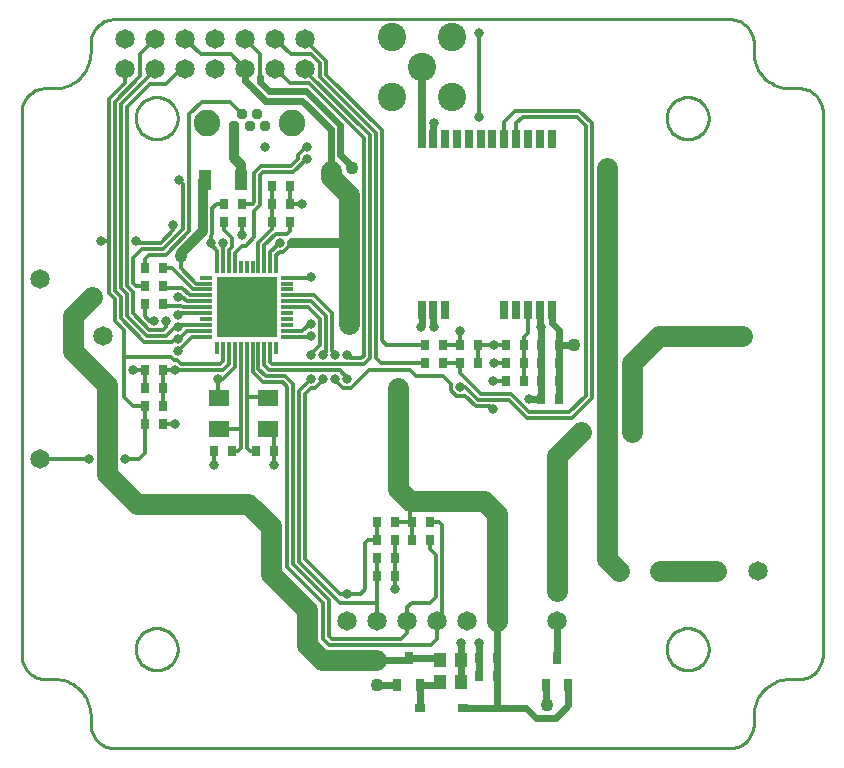
<source format=gbr>
G04 EAGLE Gerber RS-274X export*
G75*
%MOMM*%
%FSLAX34Y34*%
%LPD*%
%INTop Copper*%
%IPPOS*%
%AMOC8*
5,1,8,0,0,1.08239X$1,22.5*%
G01*
%ADD10C,2.400000*%
%ADD11R,0.762000X0.889000*%
%ADD12R,1.016000X1.270000*%
%ADD13C,1.650000*%
%ADD14C,0.958000*%
%ADD15C,2.250000*%
%ADD16R,0.889000X0.762000*%
%ADD17R,0.635000X1.016000*%
%ADD18R,1.651000X1.397000*%
%ADD19R,1.016000X0.304800*%
%ADD20R,0.304800X1.016000*%
%ADD21R,5.080000X5.080000*%
%ADD22R,1.016000X1.778000*%
%ADD23R,0.700000X1.524000*%
%ADD24C,0.806400*%
%ADD25C,1.106400*%
%ADD26C,0.609600*%
%ADD27C,0.381000*%
%ADD28C,0.304800*%
%ADD29C,1.778000*%
%ADD30C,0.812800*%
%ADD31C,0.685800*%
%ADD32C,0.254000*%


D10*
X339090Y576580D03*
X364490Y601980D03*
X364490Y551180D03*
X313690Y551180D03*
X313690Y601980D03*
D11*
X104140Y320040D03*
X119380Y320040D03*
X439420Y326390D03*
X454660Y326390D03*
X410210Y326390D03*
X425450Y326390D03*
X227330Y476250D03*
X212090Y476250D03*
D12*
X372110Y74930D03*
X354330Y74930D03*
X372110Y55880D03*
X354330Y55880D03*
D11*
X387350Y76200D03*
X402590Y76200D03*
X387350Y60960D03*
X402590Y60960D03*
X104140Y304800D03*
X119380Y304800D03*
X162560Y251460D03*
X177800Y251460D03*
X213360Y251460D03*
X198120Y251460D03*
X186690Y445770D03*
X171450Y445770D03*
X104140Y375920D03*
X119380Y375920D03*
X119380Y274320D03*
X104140Y274320D03*
X439420Y341630D03*
X454660Y341630D03*
D13*
X113030Y600710D03*
X87630Y575310D03*
X87630Y600710D03*
X138430Y575310D03*
X138430Y600710D03*
X113030Y575310D03*
D14*
X193040Y527050D03*
X180040Y527050D03*
X186540Y537050D03*
X199540Y537050D03*
X206040Y527050D03*
D15*
X157290Y529250D03*
X228790Y529250D03*
D16*
X374015Y34290D03*
X337185Y34290D03*
D17*
X443890Y53340D03*
X462890Y53340D03*
X453390Y76200D03*
D11*
X425450Y341630D03*
X410210Y341630D03*
X425450Y311150D03*
X410210Y311150D03*
X227330Y461010D03*
X212090Y461010D03*
X186690Y461010D03*
X171450Y461010D03*
X119380Y289560D03*
X104140Y289560D03*
X341630Y341630D03*
X356870Y341630D03*
X370840Y341630D03*
X386080Y341630D03*
X341630Y326390D03*
X356870Y326390D03*
X370840Y326390D03*
X386080Y326390D03*
D18*
X167005Y269875D03*
X208915Y269875D03*
X208915Y296545D03*
X167005Y296545D03*
D19*
X156210Y398380D03*
X156210Y393380D03*
X156210Y388380D03*
X156210Y383380D03*
X156210Y378380D03*
X156210Y373380D03*
X156210Y368380D03*
X156210Y363380D03*
X156210Y358380D03*
X156210Y353380D03*
X156210Y348380D03*
D20*
X165500Y339090D03*
X170500Y339090D03*
X175500Y339090D03*
X180500Y339090D03*
X185500Y339090D03*
X190500Y339090D03*
X195500Y339090D03*
X200500Y339090D03*
X205500Y339090D03*
X210500Y339090D03*
X215500Y339090D03*
D19*
X224790Y348380D03*
X224790Y353380D03*
X224790Y358380D03*
X224790Y363380D03*
X224790Y368380D03*
X224790Y373380D03*
X224790Y378380D03*
X224790Y383380D03*
X224790Y388380D03*
X224790Y393380D03*
X224790Y398380D03*
D20*
X215500Y407670D03*
X210500Y407670D03*
X205500Y407670D03*
X200500Y407670D03*
X195500Y407670D03*
X190500Y407670D03*
X185500Y407670D03*
X180500Y407670D03*
X175500Y407670D03*
X170500Y407670D03*
X165500Y407670D03*
D21*
X190500Y373380D03*
D13*
X609600Y349250D03*
X68580Y349250D03*
D22*
X185420Y481330D03*
X154940Y481330D03*
D13*
X453390Y107950D03*
X453390Y133350D03*
X15240Y245110D03*
X15240Y397510D03*
X402590Y107950D03*
X377190Y107950D03*
X351790Y107950D03*
X326390Y107950D03*
X300990Y107950D03*
X275590Y107950D03*
D11*
X330200Y191770D03*
X345440Y191770D03*
X330200Y176530D03*
X345440Y176530D03*
X316230Y161290D03*
X300990Y161290D03*
X316230Y191770D03*
X300990Y191770D03*
X316230Y176530D03*
X300990Y176530D03*
X316230Y146050D03*
X300990Y146050D03*
D13*
X623290Y149860D03*
X588290Y149860D03*
X540740Y149860D03*
X505740Y149860D03*
X163830Y575310D03*
X240030Y600710D03*
X214630Y600710D03*
X240030Y575310D03*
X214630Y575310D03*
X189230Y575310D03*
X189230Y600710D03*
X163830Y600710D03*
D23*
X448660Y515620D03*
X438660Y515620D03*
X428660Y515620D03*
X418660Y515620D03*
X408660Y515620D03*
X398660Y515620D03*
X388660Y515620D03*
X378660Y515620D03*
X368660Y515620D03*
X358660Y515620D03*
X348660Y515620D03*
X338660Y515620D03*
X338660Y370840D03*
X348660Y370840D03*
X358660Y370840D03*
X408660Y370840D03*
X418660Y370840D03*
X428660Y370840D03*
X438660Y370840D03*
X448660Y370840D03*
D11*
X227330Y445770D03*
X212090Y445770D03*
D17*
X318160Y53340D03*
X337160Y53340D03*
X327660Y76200D03*
D11*
X104140Y406400D03*
X119380Y406400D03*
X104140Y391160D03*
X119380Y391160D03*
X439420Y311150D03*
X454660Y311150D03*
X439420Y295910D03*
X454660Y295910D03*
D24*
X166370Y312420D03*
X93980Y320040D03*
X162560Y240030D03*
X213360Y240030D03*
X129540Y274320D03*
X170180Y427990D03*
X218440Y427990D03*
X132080Y382270D03*
X245110Y349250D03*
X111760Y361950D03*
D25*
X444500Y36830D03*
D26*
X443890Y37440D02*
X443890Y53340D01*
D27*
X443890Y37440D02*
X444500Y36830D01*
D24*
X186690Y434340D03*
X190500Y373380D03*
X237490Y461010D03*
X205740Y509270D03*
D28*
X170500Y427670D02*
X170500Y407670D01*
X170500Y427670D02*
X170180Y427990D01*
X186690Y434340D02*
X186690Y445770D01*
X245110Y349250D02*
X244240Y348380D01*
X224790Y348380D01*
X104140Y320040D02*
X104140Y304800D01*
X104140Y320040D02*
X93980Y320040D01*
X119380Y274320D02*
X129540Y274320D01*
X162560Y251460D02*
X162560Y240030D01*
X213360Y240030D02*
X213360Y251460D01*
X166370Y297180D02*
X166370Y312420D01*
X166370Y297180D02*
X167005Y296545D01*
X180500Y322740D02*
X180500Y339090D01*
X170180Y312420D02*
X166370Y312420D01*
X170180Y312420D02*
X180500Y322740D01*
X107950Y361950D02*
X104140Y365760D01*
X104140Y375920D01*
X107950Y361950D02*
X111760Y361950D01*
X316230Y176530D02*
X316230Y161290D01*
X316230Y146050D01*
D24*
X316230Y134620D03*
D28*
X213360Y251460D02*
X213360Y265430D01*
X208915Y269875D01*
D24*
X349250Y529590D03*
X337820Y356870D03*
X349250Y356870D03*
X439420Y356870D03*
D26*
X438660Y357630D02*
X438660Y370840D01*
X438660Y357630D02*
X439420Y356870D01*
X439420Y341630D01*
X439420Y326390D01*
X348660Y529000D02*
X349250Y529590D01*
X348660Y529000D02*
X348660Y515620D01*
X348660Y370840D02*
X348660Y357460D01*
X349250Y356870D01*
X338660Y357710D02*
X338660Y370840D01*
X338660Y357710D02*
X337820Y356870D01*
D24*
X400050Y326390D03*
D28*
X410210Y326390D01*
X227330Y461010D02*
X227330Y476250D01*
X210500Y420050D02*
X210500Y407670D01*
X210500Y420050D02*
X218440Y427990D01*
D24*
X245110Y398780D03*
D28*
X244710Y398380D02*
X224790Y398380D01*
X244710Y398380D02*
X245110Y398780D01*
D26*
X439420Y326390D02*
X439420Y311150D01*
X439420Y295910D01*
D24*
X429260Y295910D03*
D26*
X439420Y295910D01*
D28*
X156210Y378380D02*
X139780Y378380D01*
X135890Y382270D02*
X132080Y382270D01*
X135890Y382270D02*
X139780Y378380D01*
X227330Y461010D02*
X237490Y461010D01*
X316230Y146050D02*
X316230Y134620D01*
D24*
X387350Y88900D03*
D26*
X372110Y74930D02*
X372110Y55880D01*
D25*
X300990Y53340D03*
D26*
X318160Y53340D01*
X387350Y60960D02*
X387350Y76200D01*
D24*
X372110Y88900D03*
D26*
X372110Y74930D01*
X387350Y76200D02*
X387350Y88900D01*
D28*
X428660Y351190D02*
X428660Y370840D01*
X425450Y347980D02*
X425450Y341630D01*
X425450Y347980D02*
X428660Y351190D01*
X425450Y341630D02*
X425450Y326390D01*
X425450Y311150D01*
D24*
X129540Y320040D03*
X245110Y359410D03*
D28*
X237810Y353380D02*
X224790Y353380D01*
X243840Y359410D02*
X245110Y359410D01*
X243840Y359410D02*
X237810Y353380D01*
X119380Y320040D02*
X119380Y304800D01*
X119380Y289560D01*
X119380Y320040D02*
X129540Y320040D01*
X175500Y325360D02*
X175500Y339090D01*
X175500Y325360D02*
X170180Y320040D01*
X316230Y191770D02*
X330200Y191770D01*
X330200Y176530D01*
D29*
X402590Y198120D02*
X402590Y107950D01*
X261620Y483870D02*
X261620Y488950D01*
X261620Y483870D02*
X276860Y468630D01*
D28*
X189230Y575310D02*
X176916Y587624D01*
X151516Y587624D02*
X138430Y600710D01*
X151516Y587624D02*
X176916Y587624D01*
X165100Y461010D02*
X161290Y457200D01*
X165100Y461010D02*
X171450Y461010D01*
X215500Y417430D02*
X215500Y407670D01*
X215500Y417430D02*
X218440Y420370D01*
D25*
X276860Y359410D03*
X318770Y304800D03*
D29*
X276860Y427990D02*
X276860Y468630D01*
X276860Y427990D02*
X276860Y359410D01*
D28*
X170180Y320040D02*
X129540Y320040D01*
D26*
X261620Y488950D02*
X261620Y524033D01*
X206051Y548264D02*
X193802Y560513D01*
X193802Y560578D01*
X206051Y548264D02*
X237389Y548264D01*
X189230Y565150D02*
X189230Y575310D01*
X237389Y548264D02*
X261620Y524033D01*
X193802Y560578D02*
X189230Y565150D01*
D24*
X228600Y427990D03*
D28*
X228600Y427419D01*
X221551Y420370D01*
X218440Y420370D01*
D30*
X228600Y427990D02*
X276860Y427990D01*
D24*
X160020Y427990D03*
D28*
X160020Y426720D02*
X165500Y421240D01*
X160020Y426720D02*
X160020Y427990D01*
X165500Y421240D02*
X165500Y407670D01*
X161290Y434994D02*
X161290Y457200D01*
X161290Y434994D02*
X160020Y433724D01*
X160020Y427990D01*
D29*
X391160Y209550D02*
X402590Y198120D01*
X391160Y209550D02*
X328930Y209550D01*
X318770Y219710D01*
X318770Y304800D01*
D26*
X402590Y76200D02*
X402590Y60960D01*
X402590Y76200D02*
X402590Y107950D01*
X462890Y53340D02*
X462890Y36170D01*
X452120Y25400D02*
X435610Y25400D01*
X426720Y34290D01*
X452120Y25400D02*
X462890Y36170D01*
X426720Y34290D02*
X402590Y34290D01*
X374015Y34290D01*
X402590Y34290D02*
X402590Y60960D01*
D28*
X330200Y191770D02*
X328930Y193040D01*
X328930Y209550D01*
D24*
X132080Y336550D03*
D28*
X134620Y575310D02*
X138430Y575310D01*
X134620Y575310D02*
X121920Y562610D01*
X108386Y562610D01*
X144481Y348380D02*
X156210Y348380D01*
X144481Y348380D02*
X132651Y336550D01*
X132080Y336550D01*
X93980Y386516D02*
X88900Y391596D01*
D24*
X121920Y361950D03*
D28*
X107950Y354330D02*
X93980Y368300D01*
X93980Y386516D01*
X121920Y361950D02*
X121920Y356299D01*
X119951Y354330D01*
X107950Y354330D01*
X88900Y543124D02*
X108386Y562610D01*
X88900Y543124D02*
X88900Y391596D01*
D24*
X132080Y346710D03*
D28*
X100330Y588010D02*
X113030Y600710D01*
X100330Y588010D02*
X100330Y568923D01*
X140020Y353380D02*
X156210Y353380D01*
X140020Y353380D02*
X133350Y346710D01*
X132080Y346710D01*
X83820Y382307D02*
X78740Y387387D01*
X83820Y364092D02*
X103742Y344170D01*
X129540Y346710D02*
X132080Y346710D01*
X129540Y346710D02*
X127000Y344170D01*
X103742Y344170D01*
X83820Y364092D02*
X83820Y382307D01*
X78740Y547333D02*
X100330Y568923D01*
X78740Y547333D02*
X78740Y387387D01*
X185500Y339090D02*
X185500Y270510D01*
X185500Y254080D01*
X182880Y251460D02*
X177800Y251460D01*
X182880Y251460D02*
X185500Y254080D01*
X185500Y270510D02*
X167640Y270510D01*
X167005Y269875D01*
X190500Y297180D02*
X190500Y339090D01*
X190500Y297180D02*
X190500Y254000D01*
X193040Y251460D02*
X198120Y251460D01*
X193040Y251460D02*
X190500Y254000D01*
X190500Y297180D02*
X208280Y297180D01*
X208915Y296545D01*
D24*
X398780Y311150D03*
D28*
X410210Y311150D01*
D24*
X398780Y287020D03*
D28*
X396240Y289560D01*
X384412Y289560D01*
X375490Y298482D02*
X367697Y298482D01*
X363252Y302927D01*
X363252Y308578D01*
X356870Y314960D01*
X375490Y298482D02*
X384412Y289560D01*
X262858Y368332D02*
X247810Y383380D01*
X262858Y368332D02*
X262858Y336550D01*
X247810Y383380D02*
X224790Y383380D01*
D24*
X265430Y332740D03*
X265430Y312420D03*
D28*
X265430Y333978D02*
X262858Y336550D01*
X265430Y333978D02*
X265430Y332740D01*
X265430Y311849D02*
X272447Y304832D01*
X265430Y311849D02*
X265430Y312420D01*
X272447Y304832D02*
X278733Y304832D01*
X293941Y320040D01*
X328930Y320040D01*
X334010Y314960D02*
X356870Y314960D01*
X334010Y314960D02*
X328930Y320040D01*
D24*
X132080Y356870D03*
D28*
X133590Y358380D02*
X156210Y358380D01*
X133590Y358380D02*
X132080Y356870D01*
X88900Y384412D02*
X83820Y389492D01*
X88900Y366196D02*
X105846Y349250D01*
X88900Y366196D02*
X88900Y384412D01*
X130239Y356870D02*
X132080Y356870D01*
X130239Y356870D02*
X122619Y349250D01*
X105846Y349250D01*
X113030Y574439D02*
X113030Y575310D01*
X113030Y574439D02*
X83820Y545229D01*
X83820Y389492D01*
X175500Y407670D02*
X175500Y421880D01*
X177800Y424180D01*
X177800Y432371D01*
X171450Y438721D01*
X171450Y445770D01*
D24*
X132080Y367030D03*
D28*
X133430Y368380D02*
X156210Y368380D01*
X133430Y368380D02*
X132080Y367030D01*
X147640Y393380D02*
X156210Y393380D01*
D25*
X134620Y416560D03*
D28*
X134620Y406400D01*
X147640Y393380D01*
D30*
X153670Y480060D02*
X154940Y481330D01*
X153670Y480060D02*
X153670Y438150D01*
X134620Y419100D01*
X134620Y416560D01*
D25*
X59690Y382270D03*
D29*
X43180Y336550D02*
X72390Y307340D01*
X43180Y365760D02*
X59690Y382270D01*
X43180Y365760D02*
X43180Y336550D01*
X72390Y307340D02*
X72390Y232410D01*
D26*
X327660Y76200D02*
X353060Y76200D01*
X354330Y74930D01*
D29*
X97790Y207010D02*
X72390Y232410D01*
X191770Y207010D02*
X210820Y187960D01*
X210820Y147320D01*
X241300Y87630D02*
X254000Y74930D01*
X299720Y74930D01*
X191770Y207010D02*
X97790Y207010D01*
X210820Y147320D02*
X241300Y116840D01*
X241300Y87630D01*
D26*
X326390Y74930D02*
X327660Y76200D01*
X326390Y74930D02*
X299720Y74930D01*
D28*
X136461Y373380D02*
X135223Y374618D01*
X136461Y373380D02*
X156210Y373380D01*
X135223Y374618D02*
X120682Y374618D01*
X119380Y375920D01*
X205500Y407670D02*
X205500Y425781D01*
X215297Y435578D01*
X224758Y435578D01*
X227330Y438150D01*
X227330Y445770D01*
X195580Y461010D02*
X186690Y461010D01*
X195580Y461010D02*
X196850Y462280D01*
D24*
X241300Y509270D03*
D28*
X202366Y492760D02*
X196850Y487244D01*
X202366Y492760D02*
X227766Y492760D01*
X233712Y498706D02*
X233712Y502253D01*
X240729Y509270D02*
X241300Y509270D01*
X240729Y509270D02*
X233712Y502253D01*
X233712Y498706D02*
X227766Y492760D01*
X196850Y487244D02*
X196850Y462280D01*
D30*
X180040Y499410D02*
X180040Y527050D01*
X185420Y494030D02*
X185420Y481330D01*
X185420Y494030D02*
X180040Y499410D01*
D28*
X195500Y339090D02*
X195500Y318850D01*
X204470Y309880D01*
X220980Y309880D01*
X224758Y306102D01*
X224758Y153739D01*
X255270Y123227D01*
X255270Y92710D01*
X260350Y87630D01*
X346710Y87630D01*
X351790Y92710D01*
X351790Y107950D01*
X355600Y189230D02*
X353060Y191770D01*
X345440Y191770D01*
X355600Y111760D02*
X351790Y107950D01*
X355600Y111760D02*
X355600Y189230D01*
X200500Y321470D02*
X200500Y339090D01*
X200500Y321470D02*
X207010Y314960D01*
X223084Y314960D01*
X229870Y308174D01*
X229870Y155812D01*
X260350Y125332D01*
X260350Y94814D02*
X262454Y92710D01*
X260350Y94814D02*
X260350Y125332D01*
X321310Y92710D02*
X326390Y97790D01*
X326390Y107950D01*
X321310Y92710D02*
X262454Y92710D01*
X345440Y168910D02*
X345440Y176530D01*
X345440Y168910D02*
X350520Y163830D01*
X350520Y128270D02*
X345440Y123190D01*
X350520Y128270D02*
X350520Y163830D01*
X345440Y123190D02*
X330200Y123190D01*
X326390Y119380D02*
X326390Y107950D01*
X326390Y119380D02*
X330200Y123190D01*
X87630Y563407D02*
X87630Y575310D01*
X170500Y339090D02*
X170500Y327980D01*
X167640Y325120D01*
X104140Y289560D02*
X104140Y274320D01*
D24*
X387350Y605790D03*
X387350Y534670D03*
D28*
X387350Y605790D01*
X78740Y380203D02*
X73660Y385283D01*
X78740Y380203D02*
X78740Y361987D01*
X104140Y250190D02*
X99060Y245110D01*
X104140Y250190D02*
X104140Y274320D01*
X104140Y289560D02*
X93980Y289560D01*
X86360Y297180D02*
X86360Y322580D01*
X86360Y297180D02*
X93980Y289560D01*
X86360Y354367D02*
X78740Y361987D01*
X86360Y354367D02*
X86360Y331470D01*
X86360Y322580D01*
X135191Y325120D02*
X167640Y325120D01*
X135191Y325120D02*
X131349Y328962D01*
X128937Y328962D01*
X126429Y331470D02*
X86360Y331470D01*
X126429Y331470D02*
X128937Y328962D01*
X73660Y429260D02*
X73660Y549437D01*
X73660Y429260D02*
X73660Y385283D01*
X73660Y549437D02*
X87630Y563407D01*
D24*
X128270Y443230D03*
X96520Y429260D03*
X67310Y429260D03*
D28*
X73660Y429260D01*
X96520Y429260D02*
X97790Y427990D01*
X117712Y427990D01*
X128270Y438549D02*
X128270Y443230D01*
X128270Y438549D02*
X117712Y427990D01*
D24*
X57150Y245110D03*
X87630Y245110D03*
D28*
X99060Y245110D01*
X57150Y245110D02*
X15240Y245110D01*
D26*
X453390Y107950D02*
X453390Y76200D01*
D25*
X473710Y267970D03*
X516890Y267970D03*
D29*
X453390Y247650D02*
X453390Y133350D01*
X453390Y247650D02*
X473710Y267970D01*
X516890Y267970D02*
X516890Y326390D01*
X539750Y349250D01*
X609600Y349250D01*
X588290Y149860D02*
X540740Y149860D01*
D26*
X351790Y53340D02*
X337160Y53340D01*
X351790Y53340D02*
X354330Y55880D01*
X337185Y53315D02*
X337160Y53340D01*
X337185Y53315D02*
X337185Y34290D01*
D28*
X212090Y461010D02*
X212090Y476250D01*
X212090Y461010D02*
X212090Y445770D01*
X200500Y427965D02*
X200500Y407670D01*
X200500Y427965D02*
X212090Y439555D01*
X212090Y445770D01*
D24*
X400050Y341630D03*
D26*
X448660Y360330D02*
X448660Y370840D01*
X454660Y354330D02*
X454660Y341630D01*
X454660Y354330D02*
X448660Y360330D01*
X454660Y341630D02*
X454660Y326390D01*
D28*
X400050Y341630D02*
X386080Y341630D01*
X400050Y341630D02*
X410210Y341630D01*
X386080Y341630D02*
X386080Y326390D01*
D25*
X279400Y491490D03*
X495300Y491490D03*
D26*
X454660Y326390D02*
X454660Y311150D01*
X454660Y295910D01*
D25*
X467360Y341630D03*
D26*
X454660Y341630D01*
D25*
X495300Y341630D03*
D29*
X495300Y491490D01*
X495300Y341630D02*
X495300Y160300D01*
X505740Y149860D01*
D26*
X279400Y491490D02*
X279400Y492760D01*
X269748Y502412D01*
X269748Y527400D01*
X240756Y556392D01*
X209418Y556392D01*
D28*
X201930Y588010D02*
X189230Y600710D01*
D26*
X201930Y563880D02*
X209418Y556392D01*
X201930Y563880D02*
X201930Y568440D01*
D28*
X201930Y588010D01*
X300990Y161290D02*
X300990Y146050D01*
D24*
X245110Y312420D03*
D28*
X234950Y302260D01*
D24*
X245110Y332740D03*
D28*
X245110Y333439D02*
X252698Y341027D01*
X245110Y333439D02*
X245110Y332740D01*
X242570Y373380D02*
X224790Y373380D01*
X252698Y363252D02*
X252698Y341027D01*
X252698Y363252D02*
X242570Y373380D01*
X300990Y146050D02*
X300990Y123190D01*
X300990Y107950D01*
X234950Y157916D02*
X234950Y302260D01*
X234950Y157916D02*
X269676Y123190D01*
X300990Y123190D01*
X300990Y176530D02*
X300990Y191770D01*
D24*
X255270Y312420D03*
X255270Y332740D03*
D28*
X248253Y304832D02*
X244706Y304832D01*
X255270Y311849D02*
X255270Y312420D01*
X255270Y311849D02*
X248253Y304832D01*
X244706Y304832D02*
X240030Y300156D01*
X245190Y378380D02*
X224790Y378380D01*
X245190Y378380D02*
X257778Y365792D01*
X257778Y335248D02*
X255270Y332740D01*
X257778Y335248D02*
X257778Y365792D01*
D24*
X275590Y130810D03*
D28*
X269240Y130810D01*
X240030Y160020D02*
X240030Y300156D01*
X240030Y160020D02*
X269240Y130810D01*
X293370Y176530D02*
X300990Y176530D01*
X287020Y130810D02*
X275590Y130810D01*
X290830Y173990D02*
X293370Y176530D01*
X290830Y173990D02*
X290830Y134620D01*
X287020Y130810D01*
X356870Y326390D02*
X370840Y326390D01*
X418660Y515620D02*
X418660Y529150D01*
X469900Y534670D02*
X477520Y527050D01*
X424180Y534670D02*
X418660Y529150D01*
X424180Y534670D02*
X469900Y534670D01*
X370840Y326390D02*
X370840Y317500D01*
X388620Y299720D01*
X477520Y298450D02*
X477520Y527050D01*
X477520Y298450D02*
X463550Y284480D01*
X429959Y284480D01*
X414719Y299720D01*
X388620Y299720D01*
X370840Y341630D02*
X356870Y341630D01*
X408660Y515620D02*
X408660Y530580D01*
X417830Y539750D01*
X472004Y539750D01*
X482600Y529154D01*
D24*
X370840Y353060D03*
D28*
X370840Y341630D01*
D24*
X370840Y306070D03*
D28*
X375086Y306070D01*
X386516Y294640D01*
X412615Y294640D02*
X427855Y279400D01*
X465654Y279400D02*
X482600Y296346D01*
X465654Y279400D02*
X427855Y279400D01*
X482600Y296346D02*
X482600Y529154D01*
X412615Y294640D02*
X386516Y294640D01*
D31*
X338660Y515620D02*
X338660Y576150D01*
X339090Y576580D01*
D28*
X341630Y341630D02*
X308610Y341630D01*
X304800Y345440D02*
X304800Y523240D01*
X304800Y345440D02*
X308610Y341630D01*
X257810Y570230D02*
X257810Y582129D01*
X240030Y599909D02*
X240030Y600710D01*
X257810Y570230D02*
X304800Y523240D01*
X257810Y582129D02*
X240030Y599909D01*
X227716Y587624D02*
X214630Y600710D01*
X252730Y580025D02*
X252730Y568126D01*
X252730Y580025D02*
X245131Y587624D01*
X227716Y587624D01*
X252730Y568126D02*
X299720Y521136D01*
X299720Y330636D01*
X303966Y326390D01*
X341630Y326390D01*
X205500Y324090D02*
X205500Y339090D01*
X205500Y324090D02*
X209550Y320040D01*
D24*
X275590Y332740D03*
X275590Y312420D03*
D28*
X275590Y313690D01*
X269240Y320040D01*
X209550Y320040D01*
X287456Y330200D02*
X289560Y332304D01*
X278130Y330200D02*
X275590Y332740D01*
X278130Y330200D02*
X287456Y330200D01*
X243491Y562996D02*
X227309Y562996D01*
X214995Y575310D02*
X214630Y575310D01*
X214995Y575310D02*
X227309Y562996D01*
X243491Y562996D02*
X289560Y516927D01*
X289560Y332304D01*
X210500Y326710D02*
X210500Y339090D01*
X210500Y326710D02*
X212090Y325120D01*
X289560Y325120D01*
X294640Y330200D01*
X240030Y573642D02*
X240030Y575310D01*
X294640Y519032D02*
X294640Y330200D01*
X294640Y519032D02*
X240030Y573642D01*
X180500Y419260D02*
X180500Y407670D01*
X186722Y425482D02*
X189833Y425482D01*
X186722Y425482D02*
X180500Y419260D01*
X189833Y425482D02*
X196850Y432499D01*
X196850Y454660D01*
X201930Y459740D01*
D24*
X241300Y499110D03*
D28*
X204470Y487680D02*
X201930Y485140D01*
X204470Y487680D02*
X229870Y487680D01*
X241300Y499110D01*
X201930Y485140D02*
X201930Y459740D01*
X186540Y537050D02*
X176220Y547370D01*
X152400Y547370D02*
X141976Y536946D01*
X152400Y547370D02*
X176220Y547370D01*
X141976Y536946D02*
X141976Y437886D01*
X104140Y414020D02*
X104140Y406400D01*
X121920Y417830D02*
X141976Y437886D01*
X121920Y417830D02*
X107950Y417830D01*
X104140Y414020D01*
X145020Y388380D02*
X156210Y388380D01*
X127000Y406400D02*
X119380Y406400D01*
X127000Y406400D02*
X145020Y388380D01*
X142400Y383380D02*
X156210Y383380D01*
X135890Y389890D02*
X120650Y389890D01*
X119380Y391160D01*
X135890Y389890D02*
X142400Y383380D01*
X104140Y391160D02*
X96520Y391160D01*
X93980Y393700D01*
X93980Y415290D01*
D24*
X133350Y481330D03*
D28*
X136896Y477784D01*
X136896Y439990D01*
X119816Y422910D01*
X101600Y422910D01*
X93980Y415290D01*
D32*
X0Y78740D02*
X77Y76969D01*
X309Y75211D01*
X692Y73481D01*
X1225Y71790D01*
X1904Y70152D01*
X2722Y68580D01*
X3675Y67085D01*
X4754Y65679D01*
X5952Y64372D01*
X7259Y63174D01*
X8665Y62095D01*
X10160Y61142D01*
X11732Y60324D01*
X13370Y59645D01*
X15061Y59112D01*
X16791Y58729D01*
X18549Y58497D01*
X20320Y58420D01*
X27940Y58420D01*
X30597Y58304D01*
X33233Y57957D01*
X35829Y57381D01*
X38365Y56582D01*
X40821Y55564D01*
X43180Y54336D01*
X45423Y52908D01*
X47532Y51289D01*
X49493Y49493D01*
X51289Y47532D01*
X52908Y45423D01*
X54336Y43180D01*
X55564Y40821D01*
X56582Y38365D01*
X57381Y35829D01*
X57957Y33233D01*
X58304Y30597D01*
X58420Y27940D01*
X58420Y20320D01*
X58497Y18549D01*
X58729Y16791D01*
X59112Y15061D01*
X59645Y13370D01*
X60324Y11732D01*
X61142Y10160D01*
X62095Y8665D01*
X63174Y7259D01*
X64372Y5952D01*
X65679Y4754D01*
X67085Y3675D01*
X68580Y2722D01*
X70152Y1904D01*
X71790Y1225D01*
X73481Y692D01*
X75211Y309D01*
X76969Y77D01*
X78740Y0D01*
X599440Y0D01*
X601211Y77D01*
X602969Y309D01*
X604699Y692D01*
X606390Y1225D01*
X608028Y1904D01*
X609600Y2722D01*
X611095Y3675D01*
X612501Y4754D01*
X613808Y5952D01*
X615006Y7259D01*
X616085Y8665D01*
X617038Y10160D01*
X617856Y11732D01*
X618535Y13370D01*
X619068Y15061D01*
X619451Y16791D01*
X619683Y18549D01*
X619760Y20320D01*
X619760Y27940D01*
X619876Y30597D01*
X620223Y33233D01*
X620799Y35829D01*
X621598Y38365D01*
X622616Y40821D01*
X623844Y43180D01*
X625272Y45423D01*
X626891Y47532D01*
X628687Y49493D01*
X630648Y51289D01*
X632757Y52908D01*
X635000Y54336D01*
X637359Y55564D01*
X639815Y56582D01*
X642351Y57381D01*
X644947Y57957D01*
X647584Y58304D01*
X650240Y58420D01*
X657860Y58420D01*
X659631Y58497D01*
X661389Y58729D01*
X663119Y59112D01*
X664810Y59645D01*
X666448Y60324D01*
X668020Y61142D01*
X669515Y62095D01*
X670921Y63174D01*
X672228Y64372D01*
X673426Y65679D01*
X674505Y67085D01*
X675458Y68580D01*
X676276Y70152D01*
X676955Y71790D01*
X677488Y73481D01*
X677871Y75211D01*
X678103Y76969D01*
X678180Y78740D01*
X678180Y538480D01*
X678103Y540251D01*
X677871Y542009D01*
X677488Y543739D01*
X676955Y545430D01*
X676276Y547068D01*
X675458Y548640D01*
X674505Y550135D01*
X673426Y551541D01*
X672228Y552848D01*
X670921Y554046D01*
X669515Y555125D01*
X668020Y556078D01*
X666448Y556896D01*
X664810Y557575D01*
X663119Y558108D01*
X661389Y558491D01*
X659631Y558723D01*
X657860Y558800D01*
X650240Y558800D01*
X647584Y558916D01*
X644947Y559263D01*
X642351Y559839D01*
X639815Y560638D01*
X637359Y561656D01*
X635000Y562884D01*
X632757Y564312D01*
X630648Y565931D01*
X628687Y567727D01*
X626891Y569688D01*
X625272Y571797D01*
X623844Y574040D01*
X622616Y576399D01*
X621598Y578855D01*
X620799Y581391D01*
X620223Y583987D01*
X619876Y586624D01*
X619760Y589280D01*
X619760Y596900D01*
X619683Y598671D01*
X619451Y600429D01*
X619068Y602159D01*
X618535Y603850D01*
X617856Y605488D01*
X617038Y607060D01*
X616085Y608555D01*
X615006Y609961D01*
X613808Y611268D01*
X612501Y612466D01*
X611095Y613545D01*
X609600Y614498D01*
X608028Y615316D01*
X606390Y615995D01*
X604699Y616528D01*
X602969Y616911D01*
X601211Y617143D01*
X599440Y617220D01*
X78740Y617220D01*
X76969Y617143D01*
X75211Y616911D01*
X73481Y616528D01*
X71790Y615995D01*
X70152Y615316D01*
X68580Y614498D01*
X67085Y613545D01*
X65679Y612466D01*
X64372Y611268D01*
X63174Y609961D01*
X62095Y608555D01*
X61142Y607060D01*
X60324Y605488D01*
X59645Y603850D01*
X59112Y602159D01*
X58729Y600429D01*
X58497Y598671D01*
X58420Y596900D01*
X58420Y589280D01*
X58304Y586624D01*
X57957Y583987D01*
X57381Y581391D01*
X56582Y578855D01*
X55564Y576399D01*
X54336Y574040D01*
X52908Y571797D01*
X51289Y569688D01*
X49493Y567727D01*
X47532Y565931D01*
X45423Y564312D01*
X43180Y562884D01*
X40821Y561656D01*
X38365Y560638D01*
X35829Y559839D01*
X33233Y559263D01*
X30597Y558916D01*
X27940Y558800D01*
X20320Y558800D01*
X18549Y558723D01*
X16791Y558491D01*
X15061Y558108D01*
X13370Y557575D01*
X11732Y556896D01*
X10160Y556078D01*
X8665Y555125D01*
X7259Y554046D01*
X5952Y552848D01*
X4754Y551541D01*
X3675Y550135D01*
X2722Y548640D01*
X1904Y547068D01*
X1225Y545430D01*
X692Y543739D01*
X309Y542009D01*
X77Y540251D01*
X0Y538480D01*
X0Y78740D01*
X132080Y532818D02*
X132004Y531656D01*
X131852Y530502D01*
X131625Y529360D01*
X131324Y528236D01*
X130949Y527134D01*
X130504Y526058D01*
X129989Y525014D01*
X129407Y524006D01*
X128760Y523038D01*
X128052Y522114D01*
X127284Y521239D01*
X126461Y520416D01*
X125586Y519649D01*
X124662Y518940D01*
X123694Y518293D01*
X122686Y517711D01*
X121642Y517196D01*
X120566Y516751D01*
X119464Y516377D01*
X118340Y516075D01*
X117198Y515848D01*
X116044Y515696D01*
X114882Y515620D01*
X113718Y515620D01*
X112556Y515696D01*
X111402Y515848D01*
X110260Y516075D01*
X109136Y516377D01*
X108034Y516751D01*
X106958Y517196D01*
X105914Y517711D01*
X104906Y518293D01*
X103938Y518940D01*
X103014Y519649D01*
X102139Y520416D01*
X101316Y521239D01*
X100549Y522114D01*
X99840Y523038D01*
X99193Y524006D01*
X98611Y525014D01*
X98096Y526058D01*
X97651Y527134D01*
X97277Y528236D01*
X96975Y529360D01*
X96748Y530502D01*
X96596Y531656D01*
X96520Y532818D01*
X96520Y533982D01*
X96596Y535144D01*
X96748Y536298D01*
X96975Y537440D01*
X97277Y538564D01*
X97651Y539666D01*
X98096Y540742D01*
X98611Y541786D01*
X99193Y542794D01*
X99840Y543762D01*
X100549Y544686D01*
X101316Y545561D01*
X102139Y546384D01*
X103014Y547152D01*
X103938Y547860D01*
X104906Y548507D01*
X105914Y549089D01*
X106958Y549604D01*
X108034Y550049D01*
X109136Y550424D01*
X110260Y550725D01*
X111402Y550952D01*
X112556Y551104D01*
X113718Y551180D01*
X114882Y551180D01*
X116044Y551104D01*
X117198Y550952D01*
X118340Y550725D01*
X119464Y550424D01*
X120566Y550049D01*
X121642Y549604D01*
X122686Y549089D01*
X123694Y548507D01*
X124662Y547860D01*
X125586Y547152D01*
X126461Y546384D01*
X127284Y545561D01*
X128052Y544686D01*
X128760Y543762D01*
X129407Y542794D01*
X129989Y541786D01*
X130504Y540742D01*
X130949Y539666D01*
X131324Y538564D01*
X131625Y537440D01*
X131852Y536298D01*
X132004Y535144D01*
X132080Y533982D01*
X132080Y532818D01*
X581660Y532818D02*
X581584Y531656D01*
X581432Y530502D01*
X581205Y529360D01*
X580904Y528236D01*
X580529Y527134D01*
X580084Y526058D01*
X579569Y525014D01*
X578987Y524006D01*
X578340Y523038D01*
X577632Y522114D01*
X576864Y521239D01*
X576041Y520416D01*
X575166Y519649D01*
X574242Y518940D01*
X573274Y518293D01*
X572266Y517711D01*
X571222Y517196D01*
X570146Y516751D01*
X569044Y516377D01*
X567920Y516075D01*
X566778Y515848D01*
X565624Y515696D01*
X564462Y515620D01*
X563298Y515620D01*
X562136Y515696D01*
X560982Y515848D01*
X559840Y516075D01*
X558716Y516377D01*
X557614Y516751D01*
X556538Y517196D01*
X555494Y517711D01*
X554486Y518293D01*
X553518Y518940D01*
X552594Y519649D01*
X551719Y520416D01*
X550896Y521239D01*
X550129Y522114D01*
X549420Y523038D01*
X548773Y524006D01*
X548191Y525014D01*
X547676Y526058D01*
X547231Y527134D01*
X546857Y528236D01*
X546555Y529360D01*
X546328Y530502D01*
X546176Y531656D01*
X546100Y532818D01*
X546100Y533982D01*
X546176Y535144D01*
X546328Y536298D01*
X546555Y537440D01*
X546857Y538564D01*
X547231Y539666D01*
X547676Y540742D01*
X548191Y541786D01*
X548773Y542794D01*
X549420Y543762D01*
X550129Y544686D01*
X550896Y545561D01*
X551719Y546384D01*
X552594Y547152D01*
X553518Y547860D01*
X554486Y548507D01*
X555494Y549089D01*
X556538Y549604D01*
X557614Y550049D01*
X558716Y550424D01*
X559840Y550725D01*
X560982Y550952D01*
X562136Y551104D01*
X563298Y551180D01*
X564462Y551180D01*
X565624Y551104D01*
X566778Y550952D01*
X567920Y550725D01*
X569044Y550424D01*
X570146Y550049D01*
X571222Y549604D01*
X572266Y549089D01*
X573274Y548507D01*
X574242Y547860D01*
X575166Y547152D01*
X576041Y546384D01*
X576864Y545561D01*
X577632Y544686D01*
X578340Y543762D01*
X578987Y542794D01*
X579569Y541786D01*
X580084Y540742D01*
X580529Y539666D01*
X580904Y538564D01*
X581205Y537440D01*
X581432Y536298D01*
X581584Y535144D01*
X581660Y533982D01*
X581660Y532818D01*
X581660Y83238D02*
X581584Y82076D01*
X581432Y80922D01*
X581205Y79780D01*
X580904Y78656D01*
X580529Y77554D01*
X580084Y76478D01*
X579569Y75434D01*
X578987Y74426D01*
X578340Y73458D01*
X577632Y72534D01*
X576864Y71659D01*
X576041Y70836D01*
X575166Y70069D01*
X574242Y69360D01*
X573274Y68713D01*
X572266Y68131D01*
X571222Y67616D01*
X570146Y67171D01*
X569044Y66797D01*
X567920Y66495D01*
X566778Y66268D01*
X565624Y66116D01*
X564462Y66040D01*
X563298Y66040D01*
X562136Y66116D01*
X560982Y66268D01*
X559840Y66495D01*
X558716Y66797D01*
X557614Y67171D01*
X556538Y67616D01*
X555494Y68131D01*
X554486Y68713D01*
X553518Y69360D01*
X552594Y70069D01*
X551719Y70836D01*
X550896Y71659D01*
X550129Y72534D01*
X549420Y73458D01*
X548773Y74426D01*
X548191Y75434D01*
X547676Y76478D01*
X547231Y77554D01*
X546857Y78656D01*
X546555Y79780D01*
X546328Y80922D01*
X546176Y82076D01*
X546100Y83238D01*
X546100Y84402D01*
X546176Y85564D01*
X546328Y86718D01*
X546555Y87860D01*
X546857Y88984D01*
X547231Y90086D01*
X547676Y91162D01*
X548191Y92206D01*
X548773Y93214D01*
X549420Y94182D01*
X550129Y95106D01*
X550896Y95981D01*
X551719Y96804D01*
X552594Y97572D01*
X553518Y98280D01*
X554486Y98927D01*
X555494Y99509D01*
X556538Y100024D01*
X557614Y100469D01*
X558716Y100844D01*
X559840Y101145D01*
X560982Y101372D01*
X562136Y101524D01*
X563298Y101600D01*
X564462Y101600D01*
X565624Y101524D01*
X566778Y101372D01*
X567920Y101145D01*
X569044Y100844D01*
X570146Y100469D01*
X571222Y100024D01*
X572266Y99509D01*
X573274Y98927D01*
X574242Y98280D01*
X575166Y97572D01*
X576041Y96804D01*
X576864Y95981D01*
X577632Y95106D01*
X578340Y94182D01*
X578987Y93214D01*
X579569Y92206D01*
X580084Y91162D01*
X580529Y90086D01*
X580904Y88984D01*
X581205Y87860D01*
X581432Y86718D01*
X581584Y85564D01*
X581660Y84402D01*
X581660Y83238D01*
X132080Y83238D02*
X132004Y82076D01*
X131852Y80922D01*
X131625Y79780D01*
X131324Y78656D01*
X130949Y77554D01*
X130504Y76478D01*
X129989Y75434D01*
X129407Y74426D01*
X128760Y73458D01*
X128052Y72534D01*
X127284Y71659D01*
X126461Y70836D01*
X125586Y70069D01*
X124662Y69360D01*
X123694Y68713D01*
X122686Y68131D01*
X121642Y67616D01*
X120566Y67171D01*
X119464Y66797D01*
X118340Y66495D01*
X117198Y66268D01*
X116044Y66116D01*
X114882Y66040D01*
X113718Y66040D01*
X112556Y66116D01*
X111402Y66268D01*
X110260Y66495D01*
X109136Y66797D01*
X108034Y67171D01*
X106958Y67616D01*
X105914Y68131D01*
X104906Y68713D01*
X103938Y69360D01*
X103014Y70069D01*
X102139Y70836D01*
X101316Y71659D01*
X100549Y72534D01*
X99840Y73458D01*
X99193Y74426D01*
X98611Y75434D01*
X98096Y76478D01*
X97651Y77554D01*
X97277Y78656D01*
X96975Y79780D01*
X96748Y80922D01*
X96596Y82076D01*
X96520Y83238D01*
X96520Y84402D01*
X96596Y85564D01*
X96748Y86718D01*
X96975Y87860D01*
X97277Y88984D01*
X97651Y90086D01*
X98096Y91162D01*
X98611Y92206D01*
X99193Y93214D01*
X99840Y94182D01*
X100549Y95106D01*
X101316Y95981D01*
X102139Y96804D01*
X103014Y97572D01*
X103938Y98280D01*
X104906Y98927D01*
X105914Y99509D01*
X106958Y100024D01*
X108034Y100469D01*
X109136Y100844D01*
X110260Y101145D01*
X111402Y101372D01*
X112556Y101524D01*
X113718Y101600D01*
X114882Y101600D01*
X116044Y101524D01*
X117198Y101372D01*
X118340Y101145D01*
X119464Y100844D01*
X120566Y100469D01*
X121642Y100024D01*
X122686Y99509D01*
X123694Y98927D01*
X124662Y98280D01*
X125586Y97572D01*
X126461Y96804D01*
X127284Y95981D01*
X128052Y95106D01*
X128760Y94182D01*
X129407Y93214D01*
X129989Y92206D01*
X130504Y91162D01*
X130949Y90086D01*
X131324Y88984D01*
X131625Y87860D01*
X131852Y86718D01*
X132004Y85564D01*
X132080Y84402D01*
X132080Y83238D01*
M02*

</source>
